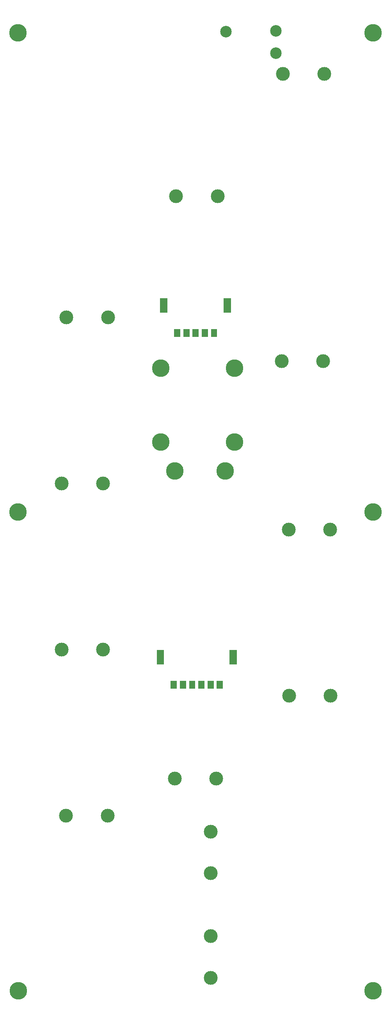
<source format=gbs>
%TF.GenerationSoftware,KiCad,Pcbnew,8.0.8*%
%TF.CreationDate,2025-03-15T17:23:43-07:00*%
%TF.ProjectId,Stationary_X_Panel,53746174-696f-46e6-9172-795f585f5061,1.4*%
%TF.SameCoordinates,Original*%
%TF.FileFunction,Soldermask,Bot*%
%TF.FilePolarity,Negative*%
%FSLAX46Y46*%
G04 Gerber Fmt 4.6, Leading zero omitted, Abs format (unit mm)*
G04 Created by KiCad (PCBNEW 8.0.8) date 2025-03-15 17:23:43*
%MOMM*%
%LPD*%
G01*
G04 APERTURE LIST*
%ADD10C,0.010000*%
%ADD11C,2.600000*%
%ADD12C,3.800000*%
%ADD13C,3.000000*%
%ADD14C,2.500000*%
G04 APERTURE END LIST*
D10*
%TO.C,J3*%
X63406200Y-85901200D02*
X61903800Y-85901200D01*
X61903800Y-82848800D01*
X63406200Y-82848800D01*
X63406200Y-85901200D01*
G36*
X63406200Y-85901200D02*
G01*
X61903800Y-85901200D01*
X61903800Y-82848800D01*
X63406200Y-82848800D01*
X63406200Y-85901200D01*
G37*
X66176200Y-91151200D02*
X64923800Y-91151200D01*
X64923800Y-89548800D01*
X66176200Y-89548800D01*
X66176200Y-91151200D01*
G36*
X66176200Y-91151200D02*
G01*
X64923800Y-91151200D01*
X64923800Y-89548800D01*
X66176200Y-89548800D01*
X66176200Y-91151200D01*
G37*
X68176200Y-91151200D02*
X66923800Y-91151200D01*
X66923800Y-89548800D01*
X68176200Y-89548800D01*
X68176200Y-91151200D01*
G36*
X68176200Y-91151200D02*
G01*
X66923800Y-91151200D01*
X66923800Y-89548800D01*
X68176200Y-89548800D01*
X68176200Y-91151200D01*
G37*
X70176200Y-91151200D02*
X68923800Y-91151200D01*
X68923800Y-89548800D01*
X70176200Y-89548800D01*
X70176200Y-91151200D01*
G36*
X70176200Y-91151200D02*
G01*
X68923800Y-91151200D01*
X68923800Y-89548800D01*
X70176200Y-89548800D01*
X70176200Y-91151200D01*
G37*
X72176200Y-91151200D02*
X70923800Y-91151200D01*
X70923800Y-89548800D01*
X72176200Y-89548800D01*
X72176200Y-91151200D01*
G36*
X72176200Y-91151200D02*
G01*
X70923800Y-91151200D01*
X70923800Y-89548800D01*
X72176200Y-89548800D01*
X72176200Y-91151200D01*
G37*
X74176200Y-91151200D02*
X72923800Y-91151200D01*
X72923800Y-89548800D01*
X74176200Y-89548800D01*
X74176200Y-91151200D01*
G36*
X74176200Y-91151200D02*
G01*
X72923800Y-91151200D01*
X72923800Y-89548800D01*
X74176200Y-89548800D01*
X74176200Y-91151200D01*
G37*
X77196200Y-85901200D02*
X75693800Y-85901200D01*
X75693800Y-82848800D01*
X77196200Y-82848800D01*
X77196200Y-85901200D01*
G36*
X77196200Y-85901200D02*
G01*
X75693800Y-85901200D01*
X75693800Y-82848800D01*
X77196200Y-82848800D01*
X77196200Y-85901200D01*
G37*
%TO.C,J1*%
X62661200Y-162151200D02*
X61158800Y-162151200D01*
X61158800Y-159098800D01*
X62661200Y-159098800D01*
X62661200Y-162151200D01*
G36*
X62661200Y-162151200D02*
G01*
X61158800Y-162151200D01*
X61158800Y-159098800D01*
X62661200Y-159098800D01*
X62661200Y-162151200D01*
G37*
X65431200Y-167401200D02*
X64178800Y-167401200D01*
X64178800Y-165798800D01*
X65431200Y-165798800D01*
X65431200Y-167401200D01*
G36*
X65431200Y-167401200D02*
G01*
X64178800Y-167401200D01*
X64178800Y-165798800D01*
X65431200Y-165798800D01*
X65431200Y-167401200D01*
G37*
X67431200Y-167401200D02*
X66178800Y-167401200D01*
X66178800Y-165798800D01*
X67431200Y-165798800D01*
X67431200Y-167401200D01*
G36*
X67431200Y-167401200D02*
G01*
X66178800Y-167401200D01*
X66178800Y-165798800D01*
X67431200Y-165798800D01*
X67431200Y-167401200D01*
G37*
X69431200Y-167401200D02*
X68178800Y-167401200D01*
X68178800Y-165798800D01*
X69431200Y-165798800D01*
X69431200Y-167401200D01*
G36*
X69431200Y-167401200D02*
G01*
X68178800Y-167401200D01*
X68178800Y-165798800D01*
X69431200Y-165798800D01*
X69431200Y-167401200D01*
G37*
X71431200Y-167401200D02*
X70178800Y-167401200D01*
X70178800Y-165798800D01*
X71431200Y-165798800D01*
X71431200Y-167401200D01*
G36*
X71431200Y-167401200D02*
G01*
X70178800Y-167401200D01*
X70178800Y-165798800D01*
X71431200Y-165798800D01*
X71431200Y-167401200D01*
G37*
X73431200Y-167401200D02*
X72178800Y-167401200D01*
X72178800Y-165798800D01*
X73431200Y-165798800D01*
X73431200Y-167401200D01*
G36*
X73431200Y-167401200D02*
G01*
X72178800Y-167401200D01*
X72178800Y-165798800D01*
X73431200Y-165798800D01*
X73431200Y-167401200D01*
G37*
X75431200Y-167401200D02*
X74178800Y-167401200D01*
X74178800Y-165798800D01*
X75431200Y-165798800D01*
X75431200Y-167401200D01*
G36*
X75431200Y-167401200D02*
G01*
X74178800Y-167401200D01*
X74178800Y-165798800D01*
X75431200Y-165798800D01*
X75431200Y-167401200D01*
G37*
X78451200Y-162151200D02*
X76948800Y-162151200D01*
X76948800Y-159098800D01*
X78451200Y-159098800D01*
X78451200Y-162151200D01*
G36*
X78451200Y-162151200D02*
G01*
X76948800Y-162151200D01*
X76948800Y-159098800D01*
X78451200Y-159098800D01*
X78451200Y-162151200D01*
G37*
%TD*%
D11*
%TO.C,H12*%
X108075000Y-129165000D03*
D12*
X108075000Y-129165000D03*
%TD*%
D13*
%TO.C,SC8*%
X97285000Y-96475000D03*
X88285000Y-96475000D03*
%TD*%
%TO.C,SC2*%
X50585000Y-87000000D03*
X41585000Y-87000000D03*
%TD*%
D11*
%TO.C,H8*%
X31095000Y-232915000D03*
D12*
X31095000Y-232915000D03*
%TD*%
D13*
%TO.C,SC1*%
X65360000Y-60750000D03*
X74360000Y-60750000D03*
%TD*%
%TO.C,SC12*%
X72915000Y-207435000D03*
X72915000Y-198435000D03*
%TD*%
%TO.C,SC11*%
X74075000Y-186925000D03*
X65075000Y-186925000D03*
%TD*%
%TO.C,SC9*%
X98805000Y-132995000D03*
X89805000Y-132995000D03*
%TD*%
D11*
%TO.C,H9*%
X31075000Y-129155000D03*
D12*
X31075000Y-129155000D03*
%TD*%
D11*
%TO.C,H3*%
X62000000Y-114000000D03*
D12*
X62000000Y-114000000D03*
%TD*%
D13*
%TO.C,SC7*%
X88500000Y-34250000D03*
X97500000Y-34250000D03*
%TD*%
D11*
%TO.C,H10*%
X31085000Y-25415000D03*
D12*
X31085000Y-25415000D03*
%TD*%
D11*
%TO.C,H2*%
X76045000Y-120315000D03*
D12*
X76045000Y-120315000D03*
%TD*%
D13*
%TO.C,SC6*%
X72915000Y-230075000D03*
X72915000Y-221075000D03*
%TD*%
D11*
%TO.C,H5*%
X62000000Y-98000000D03*
D12*
X62000000Y-98000000D03*
%TD*%
D13*
%TO.C,SC5*%
X50500000Y-195000000D03*
X41500000Y-195000000D03*
%TD*%
D11*
%TO.C,H7*%
X108075000Y-232905000D03*
D12*
X108075000Y-232905000D03*
%TD*%
D11*
%TO.C,H4*%
X78000000Y-114000000D03*
D12*
X78000000Y-114000000D03*
%TD*%
D11*
%TO.C,H11*%
X108095000Y-25405000D03*
D12*
X108095000Y-25405000D03*
%TD*%
D13*
%TO.C,SC4*%
X49500000Y-159000000D03*
X40500000Y-159000000D03*
%TD*%
%TO.C,SC3*%
X49515000Y-123000000D03*
X40515000Y-123000000D03*
%TD*%
%TO.C,SC10*%
X98855000Y-169015000D03*
X89855000Y-169015000D03*
%TD*%
D11*
%TO.C,H6*%
X78000000Y-98000000D03*
D12*
X78000000Y-98000000D03*
%TD*%
D11*
%TO.C,H1*%
X65100000Y-120315000D03*
D12*
X65100000Y-120315000D03*
%TD*%
D14*
%TO.C,SC1-6 +*%
X87000000Y-25000000D03*
%TD*%
%TO.C,GND*%
X76200000Y-25100000D03*
%TD*%
%TO.C,SC7-12 +*%
X87000000Y-29750000D03*
%TD*%
M02*

</source>
